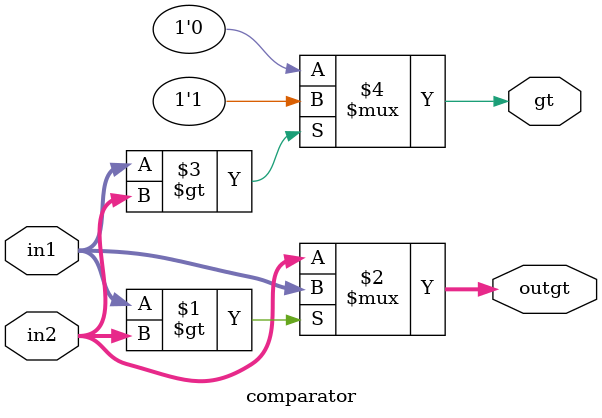
<source format=v>
`timescale 1ns / 1ps
module comparator(
		input [7:0] in1,
		input [7:0] in2,
		output [7:0] outgt,
		output gt
    );

begin
	assign outgt = (in1 > in2)? in1 : in2;
	assign gt = (in1 > in2)? 1'b1 : 1'b0;
end


endmodule

</source>
